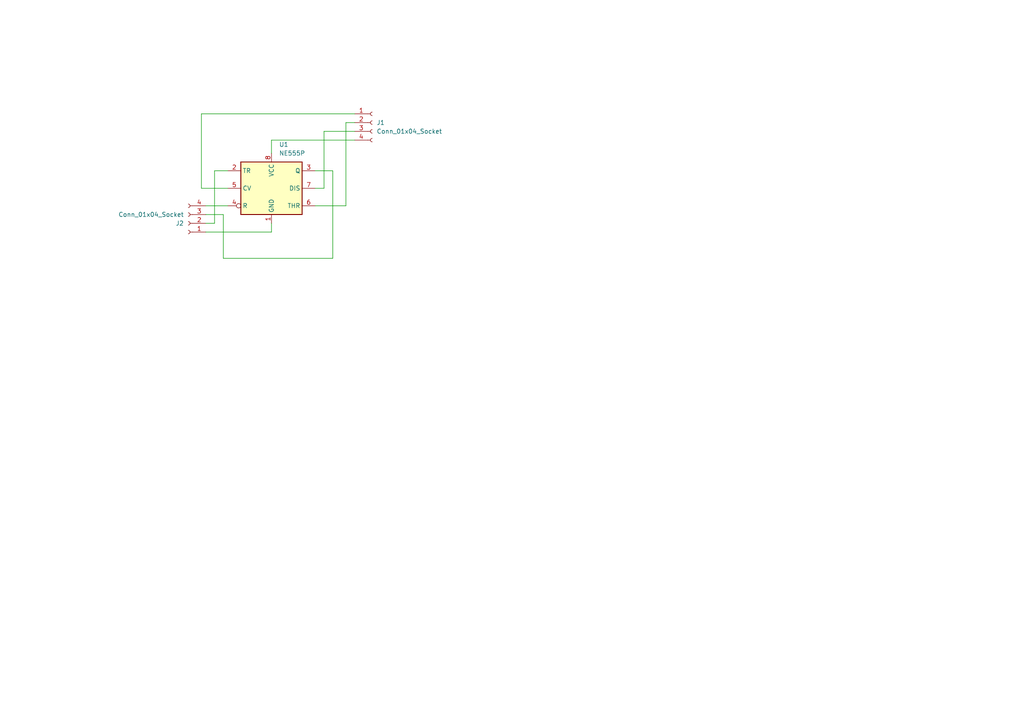
<source format=kicad_sch>
(kicad_sch (version 20231120) (generator "eeschema") (generator_version "8.0")
  (paper "A4")
  (lib_symbols
    (symbol "Connector:Conn_01x04_Socket" (pin_names (offset 1.016) hide)
      (property "Reference" "J" (at 0 5.08 0))
      (property "Value" "Conn_01x04_Socket" (at 0 -7.62 0))
      (symbol "Conn_01x04_Socket_1_1"
        (arc (start 0 -4.572) (mid -0.5058 -5.08) (end 0 -5.588) (stroke (width 0.1524)))
        (arc (start 0 -2.032) (mid -0.5058 -2.54) (end 0 -3.048) (stroke (width 0.1524)))
        (polyline (pts (xy -1.27 -5.08) (xy -0.508 -5.08)) (stroke (width 0.1524)))
        (polyline (pts (xy -1.27 -2.54) (xy -0.508 -2.54)) (stroke (width 0.1524)))
        (polyline (pts (xy -1.27 0) (xy -0.508 0)) (stroke (width 0.1524)))
        (polyline (pts (xy -1.27 2.54) (xy -0.508 2.54)) (stroke (width 0.1524)))
        (arc (start 0 0.508) (mid -0.5058 0) (end 0 -0.508) (stroke (width 0.1524)))
        (arc (start 0 3.048) (mid -0.5058 2.54) (end 0 2.032) (stroke (width 0.1524)))
        (pin passive line (at -5.08 2.54 0) (length 3.81) (name "Pin_1") (number "1"))
        (pin passive line (at -5.08 0 0) (length 3.81) (name "Pin_2") (number "2"))
        (pin passive line (at -5.08 -2.54 0) (length 3.81) (name "Pin_3") (number "3"))
        (pin passive line (at -5.08 -5.08 0) (length 3.81) (name "Pin_4") (number "4"))
      )
    )
    (symbol "Timer:NE555P"
      (property "Reference" "U" (at -10.16 8.89 0))
      (property "Value" "NE555P" (at 2.54 8.89 0))
      (symbol "NE555P_0_0"
        (pin power_in line (at 0 -10.16 90) (length 2.54) (name "GND") (number "1"))
        (pin power_in line (at 0 10.16 270) (length 2.54) (name "VCC") (number "8"))
      )
      (symbol "NE555P_0_1"
        (rectangle (start -8.89 -7.62) (end 8.89 7.62) (stroke (width 0.254)) (fill (type background)))
        (rectangle (start -8.89 -7.62) (end 8.89 7.62) (stroke (width 0.254)) (fill (type background)))
      )
      (symbol "NE555P_1_1"
        (pin input line (at -12.7 5.08 0) (length 3.81) (name "TR") (number "2"))
        (pin output line (at 12.7 5.08 180) (length 3.81) (name "Q") (number "3"))
        (pin input inverted (at -12.7 -5.08 0) (length 3.81) (name "R") (number "4"))
        (pin input line (at -12.7 0 0) (length 3.81) (name "CV") (number "5"))
        (pin input line (at 12.7 -5.08 180) (length 3.81) (name "THR") (number "6"))
        (pin input line (at 12.7 0 180) (length 3.81) (name "DIS") (number "7"))
      )
    )
  )
  (wire (pts (xy 100.33 59.69) (xy 100.33 35.56)))
  (wire (pts (xy 93.98 54.61) (xy 91.44 54.61)))
  (wire (pts (xy 78.74 67.31) (xy 78.74 64.77)))
  (wire (pts (xy 59.69 67.31) (xy 78.74 67.31)))
  (wire (pts (xy 64.77 62.23) (xy 64.77 74.93)))
  (wire (pts (xy 62.23 49.53) (xy 66.04 49.53)))
  (wire (pts (xy 102.87 40.64) (xy 78.74 40.64)))
  (wire (pts (xy 59.69 62.23) (xy 64.77 62.23)))
  (wire (pts (xy 102.87 33.02) (xy 58.42 33.02)))
  (wire (pts (xy 96.52 74.93) (xy 96.52 49.53)))
  (wire (pts (xy 91.44 59.69) (xy 100.33 59.69)))
  (wire (pts (xy 100.33 35.56) (xy 102.87 35.56)))
  (wire (pts (xy 102.87 38.1) (xy 93.98 38.1)))
  (wire (pts (xy 96.52 49.53) (xy 91.44 49.53)))
  (wire (pts (xy 93.98 38.1) (xy 93.98 54.61)))
  (wire (pts (xy 78.74 40.64) (xy 78.74 44.45)))
  (wire (pts (xy 58.42 33.02) (xy 58.42 54.61)))
  (wire (pts (xy 64.77 74.93) (xy 96.52 74.93)))
  (wire (pts (xy 59.69 59.69) (xy 66.04 59.69)))
  (wire (pts (xy 58.42 54.61) (xy 66.04 54.61)))
  (wire (pts (xy 59.69 64.77) (xy 62.23 64.77)))
  (wire (pts (xy 62.23 64.77) (xy 62.23 49.53)))
  (symbol (lib_id "Connector:Conn_01x04_Socket") (at 54.61 64.77 180) (unit 1)
    (property "Reference" "J2" (at 53.34 64.7701 0) (effects (justify left)))
    (property "Value" "Conn_01x04_Socket" (at 53.34 62.2301 0) (effects (justify left)))
    (property "Footprint" "Connector_PinHeader_2.54mm:PinHeader_1x04_P2.54mm_Vertical" (effects (hide yes)))
    (property "Description" "Generic connector, single row, 01x04, script generated" (effects (hide yes)))
  )
  (symbol (lib_id "Timer:NE555P") (at 78.74 54.61 0) (unit 1)
    (property "Reference" "U1" (at 80.9341 41.91 0) (effects (justify left)))
    (property "Value" "NE555P" (at 80.9341 44.45 0) (effects (justify left)))
    (property "Footprint" "Package_DIP:DIP-8_W7.62mm" (effects (hide yes)))
    (property "Datasheet" "http://www.ti.com/lit/ds/symlink/ne555.pdf" (effects (hide yes)))
    (property "Description" "Precision Timers, 555 compatible,  PDIP-8" (effects (hide yes)))
  )
  (symbol (lib_id "Connector:Conn_01x04_Socket") (at 107.95 35.56 0) (unit 1)
    (property "Reference" "J1" (at 109.22 35.5599 0) (effects (justify left)))
    (property "Value" "Conn_01x04_Socket" (at 109.22 38.0999 0) (effects (justify left)))
    (property "Footprint" "Connector_PinHeader_2.54mm:PinHeader_1x04_P2.54mm_Vertical" (effects (hide yes)))
    (property "Description" "Generic connector, single row, 01x04, script generated" (effects (hide yes)))
  )
)
</source>
